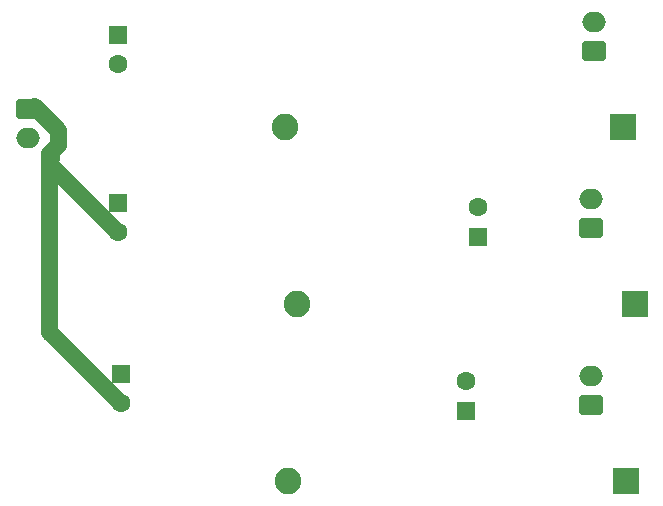
<source format=gbr>
%TF.GenerationSoftware,KiCad,Pcbnew,(6.0.6)*%
%TF.CreationDate,2022-11-22T15:18:16+01:00*%
%TF.ProjectId,DEMO1,44454d4f-312e-46b6-9963-61645f706362,rev?*%
%TF.SameCoordinates,Original*%
%TF.FileFunction,Copper,L2,Bot*%
%TF.FilePolarity,Positive*%
%FSLAX46Y46*%
G04 Gerber Fmt 4.6, Leading zero omitted, Abs format (unit mm)*
G04 Created by KiCad (PCBNEW (6.0.6)) date 2022-11-22 15:18:16*
%MOMM*%
%LPD*%
G01*
G04 APERTURE LIST*
G04 Aperture macros list*
%AMRoundRect*
0 Rectangle with rounded corners*
0 $1 Rounding radius*
0 $2 $3 $4 $5 $6 $7 $8 $9 X,Y pos of 4 corners*
0 Add a 4 corners polygon primitive as box body*
4,1,4,$2,$3,$4,$5,$6,$7,$8,$9,$2,$3,0*
0 Add four circle primitives for the rounded corners*
1,1,$1+$1,$2,$3*
1,1,$1+$1,$4,$5*
1,1,$1+$1,$6,$7*
1,1,$1+$1,$8,$9*
0 Add four rect primitives between the rounded corners*
20,1,$1+$1,$2,$3,$4,$5,0*
20,1,$1+$1,$4,$5,$6,$7,0*
20,1,$1+$1,$6,$7,$8,$9,0*
20,1,$1+$1,$8,$9,$2,$3,0*%
G04 Aperture macros list end*
%TA.AperFunction,ComponentPad*%
%ADD10RoundRect,0.250000X0.750000X-0.600000X0.750000X0.600000X-0.750000X0.600000X-0.750000X-0.600000X0*%
%TD*%
%TA.AperFunction,ComponentPad*%
%ADD11O,2.000000X1.700000*%
%TD*%
%TA.AperFunction,ComponentPad*%
%ADD12R,1.600000X1.600000*%
%TD*%
%TA.AperFunction,ComponentPad*%
%ADD13C,1.600000*%
%TD*%
%TA.AperFunction,ComponentPad*%
%ADD14R,2.250000X2.250000*%
%TD*%
%TA.AperFunction,ComponentPad*%
%ADD15C,2.250000*%
%TD*%
%TA.AperFunction,ComponentPad*%
%ADD16RoundRect,0.250000X-0.750000X0.600000X-0.750000X-0.600000X0.750000X-0.600000X0.750000X0.600000X0*%
%TD*%
%TA.AperFunction,Conductor*%
%ADD17C,0.250000*%
%TD*%
%TA.AperFunction,Conductor*%
%ADD18C,1.470000*%
%TD*%
G04 APERTURE END LIST*
D10*
%TO.P,M1,1,A*%
%TO.N,Net-(C9-Pad2)*%
X131809000Y-85832000D03*
D11*
%TO.P,M1,2,B*%
%TO.N,GND*%
X131809000Y-83332000D03*
%TD*%
D12*
%TO.P,C6,1,1*%
%TO.N,GND*%
X122174000Y-71540380D03*
D13*
%TO.P,C6,2,2*%
%TO.N,Net-(C6-Pad2)*%
X122174000Y-69040380D03*
%TD*%
%TO.P,C1,2,2*%
%TO.N,Net-(Buck 12V2-Pad6)*%
X91694000Y-56943621D03*
D12*
%TO.P,C1,1,1*%
%TO.N,GND*%
X91694000Y-54443621D03*
%TD*%
%TO.P,C4,1,1*%
%TO.N,Net-(Buck 12V2-Pad6)*%
X91694000Y-68667621D03*
D13*
%TO.P,C4,2,2*%
X91694000Y-71167621D03*
%TD*%
D14*
%TO.P,D1,1,A*%
%TO.N,GND*%
X134442000Y-62230000D03*
D15*
%TO.P,D1,2,K*%
%TO.N,Net-(Buck 5V1-Pad2)*%
X105842000Y-62230000D03*
%TD*%
D14*
%TO.P,D2,1,A*%
%TO.N,GND*%
X135458000Y-77216000D03*
D15*
%TO.P,D2,2,K*%
%TO.N,Net-(Buck 12V2-Pad2)*%
X106858000Y-77216000D03*
%TD*%
D16*
%TO.P,DC 24V,1,A*%
%TO.N,Net-(Buck 12V2-Pad6)*%
X84074000Y-60706000D03*
D11*
%TO.P,DC 24V,2,B*%
%TO.N,GND*%
X84074000Y-63206000D03*
%TD*%
D10*
%TO.P,DC 5V1,1,A*%
%TO.N,Net-(C3-Pad2)*%
X132063000Y-55860000D03*
D11*
%TO.P,DC 5V1,2,B*%
%TO.N,GND*%
X132063000Y-53360000D03*
%TD*%
D14*
%TO.P,D3,1,A*%
%TO.N,GND*%
X134696000Y-92202000D03*
D15*
%TO.P,D3,2,K*%
%TO.N,Net-(Buck 12V1-Pad2)*%
X106096000Y-92202000D03*
%TD*%
D12*
%TO.P,C7,1,1*%
%TO.N,Net-(Buck 12V2-Pad6)*%
X91948000Y-83145621D03*
D13*
%TO.P,C7,2,2*%
X91948000Y-85645621D03*
%TD*%
D10*
%TO.P,M2,1,A*%
%TO.N,Net-(C6-Pad2)*%
X131809000Y-70846000D03*
D11*
%TO.P,M2,2,B*%
%TO.N,GND*%
X131809000Y-68346000D03*
%TD*%
D12*
%TO.P,C9,1,1*%
%TO.N,GND*%
X121158000Y-86272380D03*
D13*
%TO.P,C9,2,2*%
%TO.N,Net-(C9-Pad2)*%
X121158000Y-83772380D03*
%TD*%
D17*
%TO.N,Net-(Buck 12V2-Pad6)*%
X86082189Y-65555811D02*
X86614000Y-65024000D01*
D18*
X86614000Y-63754000D02*
X86614000Y-62487000D01*
X85924000Y-79621622D02*
X91948000Y-85645621D01*
X85924000Y-64444000D02*
X85924000Y-79621622D01*
D17*
X86614000Y-65024000D02*
X86614000Y-63754000D01*
D18*
X86614000Y-63754000D02*
X85924000Y-64444000D01*
X86614000Y-62487000D02*
X84599000Y-60472000D01*
X91694000Y-71167621D02*
X86082189Y-65555811D01*
%TD*%
M02*

</source>
